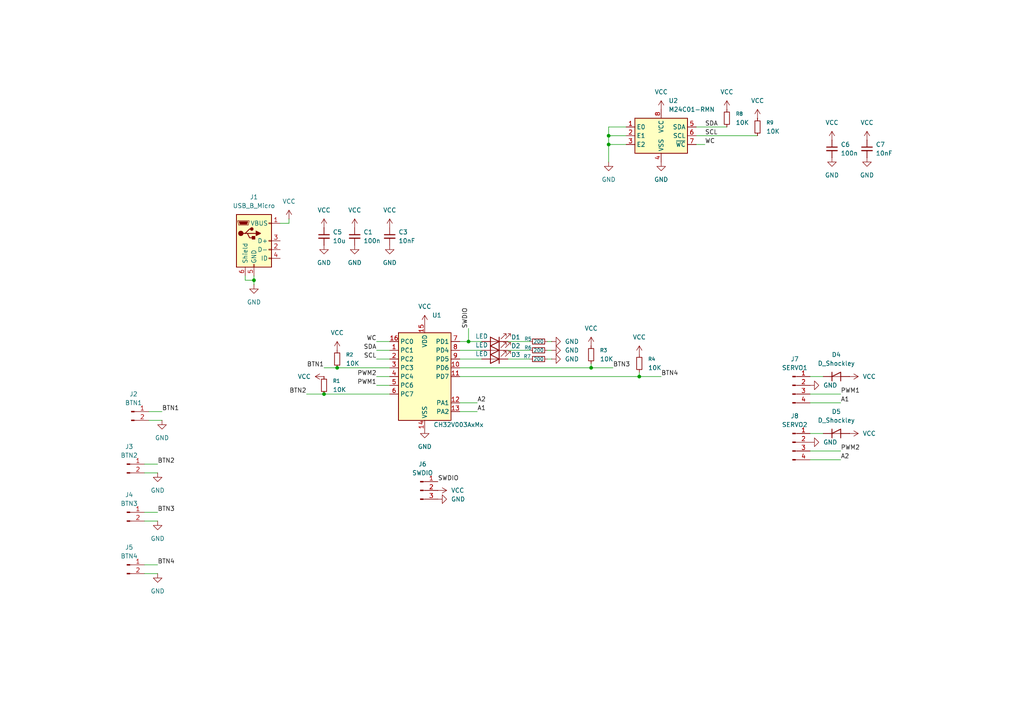
<source format=kicad_sch>
(kicad_sch (version 20250114) (generator "eeschema") (generator_version "9.0")
  (paper "A4")
  (lib_symbols
    (symbol "Connector:Conn_01x02_Pin" (pin_names (offset 1.016) (hide yes))
      (property "Reference" "J" (at 0 2.54 0))
      (property "Value" "Conn_01x02_Pin" (at 0 -5.08 0))
      (symbol "Conn_01x02_Pin_1_1"
        (rectangle (start 0.8636 0.127) (end 0 -0.127) (stroke (width 0.1524)) (fill (type outline)))
        (rectangle (start 0.8636 -2.413) (end 0 -2.667) (stroke (width 0.1524)) (fill (type outline)))
        (polyline (pts (xy 1.27 0) (xy 0.8636 0)) (stroke (width 0.1524)))
        (polyline (pts (xy 1.27 -2.54) (xy 0.8636 -2.54)) (stroke (width 0.1524)))
        (pin passive line (at 5.08 0 180) (length 3.81) (name "Pin_1") (number "1"))
        (pin passive line (at 5.08 -2.54 180) (length 3.81) (name "Pin_2") (number "2"))
      )
    )
    (symbol "Connector:Conn_01x03_Pin" (pin_names (offset 1.016) (hide yes))
      (property "Reference" "J" (at 0 5.08 0))
      (property "Value" "Conn_01x03_Pin" (at 0 -5.08 0))
      (symbol "Conn_01x03_Pin_1_1"
        (rectangle (start 0.8636 2.667) (end 0 2.413) (stroke (width 0.1524)) (fill (type outline)))
        (rectangle (start 0.8636 0.127) (end 0 -0.127) (stroke (width 0.1524)) (fill (type outline)))
        (rectangle (start 0.8636 -2.413) (end 0 -2.667) (stroke (width 0.1524)) (fill (type outline)))
        (polyline (pts (xy 1.27 2.54) (xy 0.8636 2.54)) (stroke (width 0.1524)))
        (polyline (pts (xy 1.27 0) (xy 0.8636 0)) (stroke (width 0.1524)))
        (polyline (pts (xy 1.27 -2.54) (xy 0.8636 -2.54)) (stroke (width 0.1524)))
        (pin passive line (at 5.08 2.54 180) (length 3.81) (name "Pin_1") (number "1"))
        (pin passive line (at 5.08 0 180) (length 3.81) (name "Pin_2") (number "2"))
        (pin passive line (at 5.08 -2.54 180) (length 3.81) (name "Pin_3") (number "3"))
      )
    )
    (symbol "Connector:Conn_01x04_Pin" (pin_names (offset 1.016) (hide yes))
      (property "Reference" "J" (at 0 5.08 0))
      (property "Value" "Conn_01x04_Pin" (at 0 -7.62 0))
      (symbol "Conn_01x04_Pin_1_1"
        (rectangle (start 0.8636 2.667) (end 0 2.413) (stroke (width 0.1524)) (fill (type outline)))
        (rectangle (start 0.8636 0.127) (end 0 -0.127) (stroke (width 0.1524)) (fill (type outline)))
        (rectangle (start 0.8636 -2.413) (end 0 -2.667) (stroke (width 0.1524)) (fill (type outline)))
        (rectangle (start 0.8636 -4.953) (end 0 -5.207) (stroke (width 0.1524)) (fill (type outline)))
        (polyline (pts (xy 1.27 2.54) (xy 0.8636 2.54)) (stroke (width 0.1524)))
        (polyline (pts (xy 1.27 0) (xy 0.8636 0)) (stroke (width 0.1524)))
        (polyline (pts (xy 1.27 -2.54) (xy 0.8636 -2.54)) (stroke (width 0.1524)))
        (polyline (pts (xy 1.27 -5.08) (xy 0.8636 -5.08)) (stroke (width 0.1524)))
        (pin passive line (at 5.08 2.54 180) (length 3.81) (name "Pin_1") (number "1"))
        (pin passive line (at 5.08 0 180) (length 3.81) (name "Pin_2") (number "2"))
        (pin passive line (at 5.08 -2.54 180) (length 3.81) (name "Pin_3") (number "3"))
        (pin passive line (at 5.08 -5.08 180) (length 3.81) (name "Pin_4") (number "4"))
      )
    )
    (symbol "Connector:USB_B_Micro" (pin_names (offset 1.016))
      (property "Reference" "J" (at -5.08 11.43 0))
      (property "Value" "USB_B_Micro" (at -5.08 8.89 0))
      (symbol "USB_B_Micro_0_1"
        (rectangle (start -5.08 -7.62) (end 5.08 7.62) (stroke (width 0.254)) (fill (type background)))
        (polyline (pts (xy -4.699 5.842) (xy -4.699 5.588) (xy -4.445 4.826) (xy -4.445 4.572) (xy -1.651 4.572) (xy -1.651 4.826) (xy -1.397 5.588) (xy -1.397 5.842) (xy -4.699 5.842)))
        (polyline (pts (xy -4.318 5.588) (xy -1.778 5.588) (xy -2.032 4.826) (xy -4.064 4.826) (xy -4.318 5.588)) (fill (type outline)))
        (circle (center -3.81 2.159) (radius 0.635) (stroke (width 0.254)) (fill (type outline)))
        (polyline (pts (xy -3.175 2.159) (xy -2.54 2.159) (xy -1.27 3.429) (xy -0.635 3.429)) (stroke (width 0.254)))
        (polyline (pts (xy -2.54 2.159) (xy -1.905 2.159) (xy -1.27 0.889) (xy 0 0.889)) (stroke (width 0.254)))
        (polyline (pts (xy -1.905 2.159) (xy 0.635 2.159)) (stroke (width 0.254)))
        (circle (center -0.635 3.429) (radius 0.381) (stroke (width 0.254)) (fill (type outline)))
        (rectangle (start -0.127 -7.62) (end 0.127 -6.858))
        (rectangle (start 0.254 1.27) (end -0.508 0.508) (stroke (width 0.254)) (fill (type outline)))
        (polyline (pts (xy 0.635 2.794) (xy 0.635 1.524) (xy 1.905 2.159) (xy 0.635 2.794)) (stroke (width 0.254)) (fill (type outline)))
        (rectangle (start 5.08 4.953) (end 4.318 5.207))
        (rectangle (start 5.08 -0.127) (end 4.318 0.127))
        (rectangle (start 5.08 -2.667) (end 4.318 -2.413))
        (rectangle (start 5.08 -5.207) (end 4.318 -4.953))
      )
      (symbol "USB_B_Micro_1_1"
        (pin passive line (at -2.54 -10.16 90) (length 2.54) (name "Shield") (number "6"))
        (pin power_out line (at 0 -10.16 90) (length 2.54) (name "GND") (number "5"))
        (pin power_out line (at 7.62 5.08 180) (length 2.54) (name "VBUS") (number "1"))
        (pin bidirectional line (at 7.62 0 180) (length 2.54) (name "D+") (number "3"))
        (pin bidirectional line (at 7.62 -2.54 180) (length 2.54) (name "D-") (number "2"))
        (pin passive line (at 7.62 -5.08 180) (length 2.54) (name "ID") (number "4"))
      )
    )
    (symbol "Device:C_Small" (pin_numbers (hide yes)) (pin_names (offset 0.254) (hide yes))
      (property "Reference" "C" (at 0.254 1.778 0))
      (property "Value" "C_Small" (at 0.254 -2.032 0))
      (symbol "C_Small_0_1"
        (polyline (pts (xy -1.524 0.508) (xy 1.524 0.508)) (stroke (width 0.3048)))
        (polyline (pts (xy -1.524 -0.508) (xy 1.524 -0.508)) (stroke (width 0.3302)))
      )
      (symbol "C_Small_1_1"
        (pin passive line (at 0 2.54 270) (length 2.032) (name "~") (number "1"))
        (pin passive line (at 0 -2.54 90) (length 2.032) (name "~") (number "2"))
      )
    )
    (symbol "Device:D_Shockley" (pin_numbers (hide yes)) (pin_names (offset 1.016) (hide yes))
      (property "Reference" "D" (at 0 2.54 0))
      (property "Value" "D_Shockley" (at 0 -2.54 0))
      (symbol "D_Shockley_0_1"
        (polyline (pts (xy -1.27 1.27) (xy -1.27 -1.27)) (stroke (width 0.254)))
        (polyline (pts (xy -1.27 0) (xy 1.27 0)))
        (polyline (pts (xy -1.27 0) (xy 1.27 1.27) (xy 1.27 -1.27)) (stroke (width 0.254)))
      )
      (symbol "D_Shockley_1_1"
        (pin passive line (at -3.81 0 0) (length 2.54) (name "K") (number "1"))
        (pin passive line (at 3.81 0 180) (length 2.54) (name "A") (number "2"))
      )
    )
    (symbol "Device:LED" (pin_numbers (hide yes)) (pin_names (offset 1.016) (hide yes))
      (property "Reference" "D" (at 0 2.54 0))
      (property "Value" "LED" (at 0 -2.54 0))
      (symbol "LED_0_1"
        (polyline (pts (xy -3.048 -0.762) (xy -4.572 -2.286) (xy -3.81 -2.286) (xy -4.572 -2.286) (xy -4.572 -1.524)))
        (polyline (pts (xy -1.778 -0.762) (xy -3.302 -2.286) (xy -2.54 -2.286) (xy -3.302 -2.286) (xy -3.302 -1.524)))
        (polyline (pts (xy -1.27 0) (xy 1.27 0)))
        (polyline (pts (xy -1.27 -1.27) (xy -1.27 1.27)) (stroke (width 0.254)))
        (polyline (pts (xy 1.27 -1.27) (xy 1.27 1.27) (xy -1.27 0) (xy 1.27 -1.27)) (stroke (width 0.254)))
      )
      (symbol "LED_1_1"
        (pin passive line (at -3.81 0 0) (length 2.54) (name "K") (number "1"))
        (pin passive line (at 3.81 0 180) (length 2.54) (name "A") (number "2"))
      )
    )
    (symbol "Device:R_Small" (pin_numbers (hide yes)) (pin_names (offset 0.254) (hide yes))
      (property "Reference" "R" (at 0 0 90))
      (property "Value" "R_Small" (at 1.778 0 90))
      (symbol "R_Small_0_1"
        (rectangle (start -0.762 1.778) (end 0.762 -1.778) (stroke (width 0.2032)))
      )
      (symbol "R_Small_1_1"
        (pin passive line (at 0 2.54 270) (length 0.762) (name "~") (number "1"))
        (pin passive line (at 0 -2.54 90) (length 0.762) (name "~") (number "2"))
      )
    )
    (symbol "MCU_WCH_CH32V0:CH32V003AxMx"
      (property "Reference" "U" (at -7.62 15.24 0))
      (property "Value" "CH32V003AxMx" (at 7.62 15.24 0))
      (symbol "CH32V003AxMx_1_1"
        (rectangle (start -7.62 12.7) (end 7.62 -12.7) (stroke (width 0.254)) (fill (type background)))
        (pin bidirectional line (at -10.16 10.16 0) (length 2.54) (name "PC0") (number "16"))
        (pin bidirectional line (at -10.16 7.62 0) (length 2.54) (name "PC1") (number "1"))
        (pin bidirectional line (at -10.16 5.08 0) (length 2.54) (name "PC2") (number "2"))
        (pin bidirectional line (at -10.16 2.54 0) (length 2.54) (name "PC3") (number "3"))
        (pin bidirectional line (at -10.16 0 0) (length 2.54) (name "PC4") (number "4"))
        (pin bidirectional line (at -10.16 -2.54 0) (length 2.54) (name "PC6") (number "5"))
        (pin bidirectional line (at -10.16 -5.08 0) (length 2.54) (name "PC7") (number "6"))
        (pin power_in line (at 0 15.24 270) (length 2.54) (name "VDD") (number "15"))
        (pin power_in line (at 0 -15.24 90) (length 2.54) (name "VSS") (number "14"))
        (pin bidirectional line (at 10.16 10.16 180) (length 2.54) (name "PD1") (number "7"))
        (pin bidirectional line (at 10.16 7.62 180) (length 2.54) (name "PD4") (number "8"))
        (pin bidirectional line (at 10.16 5.08 180) (length 2.54) (name "PD5") (number "9"))
        (pin bidirectional line (at 10.16 2.54 180) (length 2.54) (name "PD6") (number "10"))
        (pin bidirectional line (at 10.16 0 180) (length 2.54) (name "PD7") (number "11"))
        (pin bidirectional line (at 10.16 -7.62 180) (length 2.54) (name "PA1") (number "12"))
        (pin bidirectional line (at 10.16 -10.16 180) (length 2.54) (name "PA2") (number "13"))
      )
    )
    (symbol "Memory_EEPROM:M24C01-RMN"
      (property "Reference" "U" (at -6.35 6.35 0))
      (property "Value" "M24C01-RMN" (at 7.62 6.35 0))
      (symbol "M24C01-RMN_0_1"
        (rectangle (start -7.62 5.08) (end 7.62 -5.08) (stroke (width 0.254)) (fill (type background)))
      )
      (symbol "M24C01-RMN_1_1"
        (pin input line (at -10.16 2.54 0) (length 2.54) (name "E0") (number "1"))
        (pin input line (at -10.16 0 0) (length 2.54) (name "E1") (number "2"))
        (pin input line (at -10.16 -2.54 0) (length 2.54) (name "E2") (number "3"))
        (pin power_in line (at 0 7.62 270) (length 2.54) (name "VCC") (number "8"))
        (pin power_in line (at 0 -7.62 90) (length 2.54) (name "VSS") (number "4"))
        (pin bidirectional line (at 10.16 2.54 180) (length 2.54) (name "SDA") (number "5"))
        (pin input line (at 10.16 0 180) (length 2.54) (name "SCL") (number "6"))
        (pin input line (at 10.16 -2.54 180) (length 2.54) (name "~{WC}") (number "7"))
      )
    )
    (symbol "power:GND" (power) (pin_numbers (hide yes)) (pin_names (offset 0) (hide yes))
      (property "Value" "GND" (at 0 -3.81 0))
      (symbol "GND_0_1"
        (polyline (pts (xy 0 0) (xy 0 -1.27) (xy 1.27 -1.27) (xy 0 -2.54) (xy -1.27 -1.27) (xy 0 -1.27)))
      )
      (symbol "GND_1_1"
        (pin power_in line (at 0 0 270) (length 0) (name "~") (number "1"))
      )
    )
    (symbol "power:VCC" (power) (pin_numbers (hide yes)) (pin_names (offset 0) (hide yes))
      (property "Value" "VCC" (at 0 3.556 0))
      (symbol "VCC_0_1"
        (polyline (pts (xy -0.762 1.27) (xy 0 2.54)))
        (polyline (pts (xy 0 2.54) (xy 0.762 1.27)))
        (polyline (pts (xy 0 0) (xy 0 2.54)))
      )
      (symbol "VCC_1_1"
        (pin power_in line (at 0 0 90) (length 0) (name "~") (number "1"))
      )
    )
  )
  (junction (at 176.53 41.91))
  (junction (at 97.79 106.68))
  (junction (at 93.98 114.3))
  (junction (at 73.66 81.28))
  (junction (at 171.45 106.68))
  (junction (at 185.42 109.22))
  (junction (at 176.53 39.37))
  (junction (at 135.89 99.06))
  (wire (pts (xy 135.89 95.25) (xy 135.89 99.06)))
  (wire (pts (xy 109.22 101.6) (xy 113.03 101.6)))
  (wire (pts (xy 176.53 36.83) (xy 176.53 39.37)))
  (wire (pts (xy 83.82 64.77) (xy 83.82 63.5)))
  (wire (pts (xy 234.95 125.73) (xy 238.76 125.73)))
  (wire (pts (xy 201.93 36.83) (xy 210.82 36.83)))
  (wire (pts (xy 176.53 41.91) (xy 181.61 41.91)))
  (wire (pts (xy 171.45 105.41) (xy 171.45 106.68)))
  (wire (pts (xy 243.84 130.81) (xy 234.95 130.81)))
  (wire (pts (xy 43.18 119.38) (xy 46.99 119.38)))
  (wire (pts (xy 109.22 111.76) (xy 113.03 111.76)))
  (wire (pts (xy 243.84 114.3) (xy 234.95 114.3)))
  (wire (pts (xy 81.28 64.77) (xy 83.82 64.77)))
  (wire (pts (xy 147.32 99.06) (xy 153.67 99.06)))
  (wire (pts (xy 71.12 80.01) (xy 71.12 81.28)))
  (wire (pts (xy 201.93 41.91) (xy 204.47 41.91)))
  (wire (pts (xy 176.53 39.37) (xy 176.53 41.91)))
  (wire (pts (xy 147.32 104.14) (xy 153.67 104.14)))
  (wire (pts (xy 185.42 107.95) (xy 185.42 109.22)))
  (wire (pts (xy 181.61 36.83) (xy 176.53 36.83)))
  (wire (pts (xy 109.22 109.22) (xy 113.03 109.22)))
  (wire (pts (xy 243.84 116.84) (xy 234.95 116.84)))
  (wire (pts (xy 133.35 119.38) (xy 138.43 119.38)))
  (wire (pts (xy 158.75 101.6) (xy 160.02 101.6)))
  (wire (pts (xy 133.35 104.14) (xy 139.7 104.14)))
  (wire (pts (xy 41.91 163.83) (xy 45.72 163.83)))
  (wire (pts (xy 73.66 80.01) (xy 73.66 81.28)))
  (wire (pts (xy 185.42 109.22) (xy 191.77 109.22)))
  (wire (pts (xy 243.84 133.35) (xy 234.95 133.35)))
  (wire (pts (xy 71.12 81.28) (xy 73.66 81.28)))
  (wire (pts (xy 93.98 106.68) (xy 97.79 106.68)))
  (wire (pts (xy 176.53 39.37) (xy 181.61 39.37)))
  (wire (pts (xy 176.53 41.91) (xy 176.53 46.99)))
  (wire (pts (xy 88.9 114.3) (xy 93.98 114.3)))
  (wire (pts (xy 109.22 104.14) (xy 113.03 104.14)))
  (wire (pts (xy 73.66 81.28) (xy 73.66 82.55)))
  (wire (pts (xy 234.95 109.22) (xy 238.76 109.22)))
  (wire (pts (xy 135.89 99.06) (xy 139.7 99.06)))
  (wire (pts (xy 201.93 39.37) (xy 219.71 39.37)))
  (wire (pts (xy 41.91 166.37) (xy 45.72 166.37)))
  (wire (pts (xy 158.75 99.06) (xy 160.02 99.06)))
  (wire (pts (xy 97.79 106.68) (xy 113.03 106.68)))
  (wire (pts (xy 41.91 151.13) (xy 45.72 151.13)))
  (wire (pts (xy 133.35 109.22) (xy 185.42 109.22)))
  (wire (pts (xy 41.91 148.59) (xy 45.72 148.59)))
  (wire (pts (xy 133.35 116.84) (xy 138.43 116.84)))
  (wire (pts (xy 41.91 137.16) (xy 45.72 137.16)))
  (wire (pts (xy 41.91 134.62) (xy 45.72 134.62)))
  (wire (pts (xy 147.32 101.6) (xy 153.67 101.6)))
  (wire (pts (xy 171.45 106.68) (xy 177.8 106.68)))
  (wire (pts (xy 93.98 114.3) (xy 113.03 114.3)))
  (wire (pts (xy 133.35 101.6) (xy 139.7 101.6)))
  (wire (pts (xy 133.35 106.68) (xy 171.45 106.68)))
  (wire (pts (xy 43.18 121.92) (xy 46.99 121.92)))
  (wire (pts (xy 133.35 99.06) (xy 135.89 99.06)))
  (wire (pts (xy 158.75 104.14) (xy 160.02 104.14)))
  (wire (pts (xy 109.22 99.06) (xy 113.03 99.06)))
  (label "PWM1" (at 109.22 111.76 180))
  (label "WC" (at 109.22 99.06 180))
  (label "BTN2" (at 45.72 134.62 0))
  (label "A1" (at 243.84 116.84 0))
  (label "BTN1" (at 46.99 119.38 0))
  (label "A1" (at 138.43 119.38 0))
  (label "SCL" (at 204.47 39.37 0))
  (label "BTN3" (at 45.72 148.59 0))
  (label "A2" (at 138.43 116.84 0))
  (label "BTN4" (at 191.77 109.22 0))
  (label "SWDIO" (at 135.89 95.25 90))
  (label "BTN1" (at 93.98 106.68 180))
  (label "PWM2" (at 243.84 130.81 0))
  (label "BTN3" (at 177.8 106.68 0))
  (label "BTN4" (at 45.72 163.83 0))
  (label "PWM2" (at 109.22 109.22 180))
  (label "SCL" (at 109.22 104.14 180))
  (label "SWDIO" (at 127 139.7 0))
  (label "A2" (at 243.84 133.35 0))
  (label "WC" (at 204.47 41.91 0))
  (label "SDA" (at 204.47 36.83 0))
  (label "SDA" (at 109.22 101.6 180))
  (label "PWM1" (at 243.84 114.3 0))
  (label "BTN2" (at 88.9 114.3 180))
  (symbol (lib_id "Connector:USB_B_Micro") (at 73.66 69.85 0) (unit 1)
    (property "Reference" "J1" (at 73.66 57.15 0))
    (property "Value" "USB_B_Micro" (at 73.66 59.69 0))
    (property "Footprint" "Connector_USB:USB_Micro-B_Wuerth_629105150521" (effects (hide yes)))
    (property "Description" "USB Micro Type B connector" (effects (hide yes)))
  )
  (symbol (lib_id "power:VCC") (at 102.87 66.04 0) (unit 1)
    (property "Reference" "#PWR06" (effects (hide yes)))
    (property "Value" "VCC" (at 102.87 60.96 0))
    (property "Description" "Power symbol creates a global label with name \"VCC\"" (effects (hide yes)))
  )
  (symbol (lib_id "power:GND") (at 160.02 101.6 90) (unit 1)
    (property "Reference" "#PWR027" (effects (hide yes)))
    (property "Value" "GND" (at 163.83 101.5999 90) (effects (justify right)))
    (property "Description" "Power symbol creates a global label with name \"GND\" , ground" (effects (hide yes)))
  )
  (symbol (lib_id "Device:R_Small") (at 156.21 101.6 90) (unit 1)
    (property "Reference" "R6" (at 153.162 100.838 90) (effects (font (size 1.016 1.016))))
    (property "Value" "200" (at 156.21 101.6 90) (effects (font (size 1 1))))
    (property "Footprint" "Resistor_SMD:R_0603_1608Metric_Pad0.98x0.95mm_HandSolder" (effects (hide yes)))
    (property "Description" "Resistor, small symbol" (effects (hide yes)))
  )
  (symbol (lib_id "power:VCC") (at 171.45 100.33 0) (unit 1)
    (property "Reference" "#PWR024" (effects (hide yes)))
    (property "Value" "VCC" (at 171.45 95.25 0))
    (property "Description" "Power symbol creates a global label with name \"VCC\"" (effects (hide yes)))
  )
  (symbol (lib_id "power:VCC") (at 127 142.24 270) (unit 1)
    (property "Reference" "#PWR030" (effects (hide yes)))
    (property "Value" "VCC" (at 130.81 142.2399 90) (effects (justify left)))
    (property "Description" "Power symbol creates a global label with name \"VCC\"" (effects (hide yes)))
  )
  (symbol (lib_id "power:VCC") (at 93.98 66.04 0) (unit 1)
    (property "Reference" "#PWR05" (effects (hide yes)))
    (property "Value" "VCC" (at 93.98 60.96 0))
    (property "Description" "Power symbol creates a global label with name \"VCC\"" (effects (hide yes)))
  )
  (symbol (lib_id "Device:C_Small") (at 93.98 68.58 0) (unit 1)
    (property "Reference" "C5" (at 96.52 67.3162 0) (effects (justify left)))
    (property "Value" "10u" (at 96.52 69.8562 0) (effects (justify left)))
    (property "Footprint" "Capacitor_SMD:C_0603_1608Metric_Pad1.08x0.95mm_HandSolder" (effects (hide yes)))
    (property "Description" "Unpolarized capacitor, small symbol" (effects (hide yes)))
  )
  (symbol (lib_id "power:VCC") (at 185.42 102.87 0) (unit 1)
    (property "Reference" "#PWR025" (effects (hide yes)))
    (property "Value" "VCC" (at 185.42 97.79 0))
    (property "Description" "Power symbol creates a global label with name \"VCC\"" (effects (hide yes)))
  )
  (symbol (lib_id "Device:D_Shockley") (at 242.57 125.73 0) (unit 1)
    (property "Reference" "D5" (at 242.57 119.38 0))
    (property "Value" "D_Shockley" (at 242.57 121.92 0))
    (property "Footprint" "Diode_SMD:D_0603_1608Metric" (effects (hide yes)))
    (property "Description" "Shockley (PNPN) diode" (effects (hide yes)))
  )
  (symbol (lib_id "Device:LED") (at 143.51 99.06 180) (unit 1)
    (property "Reference" "D1" (at 149.606 97.79 0))
    (property "Value" "LED" (at 139.7 97.536 0))
    (property "Footprint" "LED_SMD:LED_0603_1608Metric_Pad1.05x0.95mm_HandSolder" (effects (hide yes)))
    (property "Description" "Light emitting diode" (effects (hide yes)))
    (property "Sim.Pins" "1=K 2=A" (effects (hide yes)))
  )
  (symbol (lib_id "Connector:Conn_01x03_Pin") (at 121.92 142.24 0) (unit 1)
    (property "Reference" "J6" (at 122.555 134.62 0))
    (property "Value" "SWDIO" (at 122.555 137.16 0))
    (property "Footprint" "Connector_PinSocket_2.54mm:PinSocket_1x03_P2.54mm_Vertical" (effects (hide yes)))
    (property "Description" "Generic connector, single row, 01x03, script generated" (effects (hide yes)))
  )
  (symbol (lib_id "Device:R_Small") (at 97.79 104.14 0) (unit 1)
    (property "Reference" "R2" (at 100.33 102.8699 0) (effects (font (size 1.016 1.016)) (justify left)))
    (property "Value" "10K" (at 100.33 105.4099 0) (effects (justify left)))
    (property "Footprint" "Resistor_SMD:R_0603_1608Metric_Pad0.98x0.95mm_HandSolder" (effects (hide yes)))
    (property "Description" "Resistor, small symbol" (effects (hide yes)))
  )
  (symbol (lib_id "Device:R_Small") (at 156.21 99.06 90) (unit 1)
    (property "Reference" "R5" (at 153.162 98.298 90) (effects (font (size 1.016 1.016))))
    (property "Value" "200" (at 156.21 99.06 90) (effects (font (size 1 1))))
    (property "Footprint" "Resistor_SMD:R_0603_1608Metric_Pad0.98x0.95mm_HandSolder" (effects (hide yes)))
    (property "Description" "Resistor, small symbol" (effects (hide yes)))
  )
  (symbol (lib_id "Device:C_Small") (at 241.3 43.18 0) (unit 1)
    (property "Reference" "C6" (at 243.84 41.9162 0) (effects (justify left)))
    (property "Value" "100n" (at 243.84 44.4562 0) (effects (justify left)))
    (property "Footprint" "Capacitor_SMD:C_0603_1608Metric_Pad1.08x0.95mm_HandSolder" (effects (hide yes)))
    (property "Description" "Unpolarized capacitor, small symbol" (effects (hide yes)))
  )
  (symbol (lib_id "power:VCC") (at 191.77 31.75 0) (unit 1)
    (property "Reference" "#PWR015" (effects (hide yes)))
    (property "Value" "VCC" (at 191.77 26.67 0))
    (property "Description" "Power symbol creates a global label with name \"VCC\"" (effects (hide yes)))
  )
  (symbol (lib_id "Device:R_Small") (at 156.21 104.14 90) (unit 1)
    (property "Reference" "R7" (at 152.908 103.378 90) (effects (font (size 1.016 1.016))))
    (property "Value" "200" (at 156.21 104.14 90) (effects (font (size 1 1))))
    (property "Footprint" "Resistor_SMD:R_0603_1608Metric_Pad0.98x0.95mm_HandSolder" (effects (hide yes)))
    (property "Description" "Resistor, small symbol" (effects (hide yes)))
  )
  (symbol (lib_id "power:VCC") (at 97.79 101.6 0) (unit 1)
    (property "Reference" "#PWR018" (effects (hide yes)))
    (property "Value" "VCC" (at 97.79 96.52 0))
    (property "Description" "Power symbol creates a global label with name \"VCC\"" (effects (hide yes)))
  )
  (symbol (lib_id "power:VCC") (at 246.38 109.22 270) (unit 1)
    (property "Reference" "#PWR031" (effects (hide yes)))
    (property "Value" "VCC" (at 250.19 109.2199 90) (effects (justify left)))
    (property "Description" "Power symbol creates a global label with name \"VCC\"" (effects (hide yes)))
  )
  (symbol (lib_id "Connector:Conn_01x02_Pin") (at 38.1 119.38 0) (unit 1)
    (property "Reference" "J2" (at 38.735 114.3 0))
    (property "Value" "BTN1" (at 38.735 116.84 0))
    (property "Footprint" "Connector_PinSocket_2.54mm:PinSocket_1x02_P2.54mm_Vertical" (effects (hide yes)))
    (property "Description" "Generic connector, single row, 01x02, script generated" (effects (hide yes)))
  )
  (symbol (lib_id "Device:R_Small") (at 210.82 34.29 0) (unit 1)
    (property "Reference" "R8" (at 213.36 33.0199 0) (effects (font (size 1.016 1.016)) (justify left)))
    (property "Value" "10K" (at 213.36 35.5599 0) (effects (justify left)))
    (property "Footprint" "Resistor_SMD:R_0603_1608Metric_Pad0.98x0.95mm_HandSolder" (effects (hide yes)))
    (property "Description" "Resistor, small symbol" (effects (hide yes)))
  )
  (symbol (lib_id "power:GND") (at 160.02 104.14 90) (unit 1)
    (property "Reference" "#PWR028" (effects (hide yes)))
    (property "Value" "GND" (at 163.83 104.1399 90) (effects (justify right)))
    (property "Description" "Power symbol creates a global label with name \"GND\" , ground" (effects (hide yes)))
  )
  (symbol (lib_id "power:VCC") (at 251.46 40.64 0) (unit 1)
    (property "Reference" "#PWR012" (effects (hide yes)))
    (property "Value" "VCC" (at 251.46 35.56 0))
    (property "Description" "Power symbol creates a global label with name \"VCC\"" (effects (hide yes)))
  )
  (symbol (lib_id "power:VCC") (at 219.71 34.29 0) (unit 1)
    (property "Reference" "#PWR036" (effects (hide yes)))
    (property "Value" "VCC" (at 219.71 29.21 0))
    (property "Description" "Power symbol creates a global label with name \"VCC\"" (effects (hide yes)))
  )
  (symbol (lib_id "Connector:Conn_01x04_Pin") (at 229.87 128.27 0) (unit 1)
    (property "Reference" "J8" (at 230.505 120.65 0))
    (property "Value" "SERVO2" (at 230.505 123.19 0))
    (property "Footprint" "Connector_PinSocket_2.54mm:PinSocket_1x04_P2.54mm_Vertical" (effects (hide yes)))
    (property "Description" "Generic connector, single row, 01x04, script generated" (effects (hide yes)))
  )
  (symbol (lib_id "power:VCC") (at 113.03 66.04 0) (unit 1)
    (property "Reference" "#PWR07" (effects (hide yes)))
    (property "Value" "VCC" (at 113.03 60.96 0))
    (property "Description" "Power symbol creates a global label with name \"VCC\"" (effects (hide yes)))
  )
  (symbol (lib_id "power:GND") (at 45.72 151.13 0) (unit 1)
    (property "Reference" "#PWR022" (effects (hide yes)))
    (property "Value" "GND" (at 45.72 156.21 0))
    (property "Description" "Power symbol creates a global label with name \"GND\" , ground" (effects (hide yes)))
  )
  (symbol (lib_id "MCU_WCH_CH32V0:CH32V003AxMx") (at 123.19 109.22 0) (unit 1)
    (property "Reference" "U1" (at 125.3333 91.44 0) (effects (justify left)))
    (property "Value" "CH32V003AxMx" (at 125.73 123.19 0) (effects (justify left)))
    (property "Footprint" "Package_SO:SOP-16_3.9x9.9mm_P1.27mm" (effects (hide yes)))
    (property "Datasheet" "https://www.wch-ic.com/products/CH32V003.html" (effects (hide yes)))
    (property "Description" "CH32V003 series are industrial-grade general-purpose microcontrollers designed based on 32-bit RISC-V instruction set and architecture. It adopts QingKe V2A core, RV32EC instruction set, and supports 2 levels of interrupt nesting. The series are mounted with rich peripheral interfaces and function modules. Its internal organizational structure meets the low-cost and low-power embedded application scenarios." (effects (hide yes)))
  )
  (symbol (lib_id "Device:LED") (at 143.51 101.6 180) (unit 1)
    (property "Reference" "D2" (at 149.606 100.33 0))
    (property "Value" "LED" (at 139.7 100.076 0))
    (property "Footprint" "LED_SMD:LED_0603_1608Metric_Pad1.05x0.95mm_HandSolder" (effects (hide yes)))
    (property "Description" "Light emitting diode" (effects (hide yes)))
    (property "Sim.Pins" "1=K 2=A" (effects (hide yes)))
  )
  (symbol (lib_id "Device:LED") (at 143.51 104.14 180) (unit 1)
    (property "Reference" "D3" (at 149.606 102.87 0))
    (property "Value" "LED" (at 139.7 102.616 0))
    (property "Footprint" "LED_SMD:LED_0603_1608Metric_Pad1.05x0.95mm_HandSolder" (effects (hide yes)))
    (property "Description" "Light emitting diode" (effects (hide yes)))
    (property "Sim.Pins" "1=K 2=A" (effects (hide yes)))
  )
  (symbol (lib_id "power:GND") (at 45.72 137.16 0) (unit 1)
    (property "Reference" "#PWR021" (effects (hide yes)))
    (property "Value" "GND" (at 45.72 142.24 0))
    (property "Description" "Power symbol creates a global label with name \"GND\" , ground" (effects (hide yes)))
  )
  (symbol (lib_id "Device:R_Small") (at 93.98 111.76 0) (unit 1)
    (property "Reference" "R1" (at 96.52 110.4899 0) (effects (font (size 1.016 1.016)) (justify left)))
    (property "Value" "10K" (at 96.52 113.0299 0) (effects (justify left)))
    (property "Footprint" "Resistor_SMD:R_0603_1608Metric_Pad0.98x0.95mm_HandSolder" (effects (hide yes)))
    (property "Description" "Resistor, small symbol" (effects (hide yes)))
  )
  (symbol (lib_id "power:VCC") (at 210.82 31.75 0) (unit 1)
    (property "Reference" "#PWR035" (effects (hide yes)))
    (property "Value" "VCC" (at 210.82 26.67 0))
    (property "Description" "Power symbol creates a global label with name \"VCC\"" (effects (hide yes)))
  )
  (symbol (lib_id "power:GND") (at 102.87 71.12 0) (unit 1)
    (property "Reference" "#PWR09" (effects (hide yes)))
    (property "Value" "GND" (at 102.87 76.2 0))
    (property "Description" "Power symbol creates a global label with name \"GND\" , ground" (effects (hide yes)))
  )
  (symbol (lib_id "power:GND") (at 234.95 111.76 90) (unit 1)
    (property "Reference" "#PWR032" (effects (hide yes)))
    (property "Value" "GND" (at 238.76 111.7599 90) (effects (justify right)))
    (property "Description" "Power symbol creates a global label with name \"GND\" , ground" (effects (hide yes)))
  )
  (symbol (lib_id "power:GND") (at 113.03 71.12 0) (unit 1)
    (property "Reference" "#PWR010" (effects (hide yes)))
    (property "Value" "GND" (at 113.03 76.2 0))
    (property "Description" "Power symbol creates a global label with name \"GND\" , ground" (effects (hide yes)))
  )
  (symbol (lib_id "power:GND") (at 176.53 46.99 0) (unit 1)
    (property "Reference" "#PWR017" (effects (hide yes)))
    (property "Value" "GND" (at 176.53 52.07 0))
    (property "Description" "Power symbol creates a global label with name \"GND\" , ground" (effects (hide yes)))
  )
  (symbol (lib_id "power:GND") (at 123.19 124.46 0) (unit 1)
    (property "Reference" "#PWR01" (effects (hide yes)))
    (property "Value" "GND" (at 123.19 129.54 0))
    (property "Description" "Power symbol creates a global label with name \"GND\" , ground" (effects (hide yes)))
  )
  (symbol (lib_id "Connector:Conn_01x04_Pin") (at 229.87 111.76 0) (unit 1)
    (property "Reference" "J7" (at 230.505 104.14 0))
    (property "Value" "SERVO1" (at 230.505 106.68 0))
    (property "Footprint" "Connector_PinSocket_2.54mm:PinSocket_1x04_P2.54mm_Vertical" (effects (hide yes)))
    (property "Description" "Generic connector, single row, 01x04, script generated" (effects (hide yes)))
  )
  (symbol (lib_id "power:GND") (at 45.72 166.37 0) (unit 1)
    (property "Reference" "#PWR023" (effects (hide yes)))
    (property "Value" "GND" (at 45.72 171.45 0))
    (property "Description" "Power symbol creates a global label with name \"GND\" , ground" (effects (hide yes)))
  )
  (symbol (lib_id "power:GND") (at 93.98 71.12 0) (unit 1)
    (property "Reference" "#PWR08" (effects (hide yes)))
    (property "Value" "GND" (at 93.98 76.2 0))
    (property "Description" "Power symbol creates a global label with name \"GND\" , ground" (effects (hide yes)))
  )
  (symbol (lib_id "power:GND") (at 251.46 45.72 0) (unit 1)
    (property "Reference" "#PWR014" (effects (hide yes)))
    (property "Value" "GND" (at 251.46 50.8 0))
    (property "Description" "Power symbol creates a global label with name \"GND\" , ground" (effects (hide yes)))
  )
  (symbol (lib_id "power:GND") (at 234.95 128.27 90) (unit 1)
    (property "Reference" "#PWR034" (effects (hide yes)))
    (property "Value" "GND" (at 238.76 128.2699 90) (effects (justify right)))
    (property "Description" "Power symbol creates a global label with name \"GND\" , ground" (effects (hide yes)))
  )
  (symbol (lib_id "power:VCC") (at 123.19 93.98 0) (unit 1)
    (property "Reference" "#PWR02" (effects (hide yes)))
    (property "Value" "VCC" (at 123.19 88.9 0))
    (property "Description" "Power symbol creates a global label with name \"VCC\"" (effects (hide yes)))
  )
  (symbol (lib_id "Device:R_Small") (at 171.45 102.87 0) (unit 1)
    (property "Reference" "R3" (at 173.99 101.5999 0) (effects (font (size 1.016 1.016)) (justify left)))
    (property "Value" "10K" (at 173.99 104.1399 0) (effects (justify left)))
    (property "Footprint" "Resistor_SMD:R_0603_1608Metric_Pad0.98x0.95mm_HandSolder" (effects (hide yes)))
    (property "Description" "Resistor, small symbol" (effects (hide yes)))
  )
  (symbol (lib_id "Device:R_Small") (at 185.42 105.41 0) (unit 1)
    (property "Reference" "R4" (at 187.96 104.1399 0) (effects (font (size 1.016 1.016)) (justify left)))
    (property "Value" "10K" (at 187.96 106.6799 0) (effects (justify left)))
    (property "Footprint" "Resistor_SMD:R_0603_1608Metric_Pad0.98x0.95mm_HandSolder" (effects (hide yes)))
    (property "Description" "Resistor, small symbol" (effects (hide yes)))
  )
  (symbol (lib_id "Device:C_Small") (at 113.03 68.58 0) (unit 1)
    (property "Reference" "C3" (at 115.57 67.3162 0) (effects (justify left)))
    (property "Value" "10nF" (at 115.57 69.8562 0) (effects (justify left)))
    (property "Footprint" "Capacitor_SMD:C_0603_1608Metric_Pad1.08x0.95mm_HandSolder" (effects (hide yes)))
    (property "Description" "Unpolarized capacitor, small symbol" (effects (hide yes)))
  )
  (symbol (lib_id "power:VCC") (at 93.98 109.22 90) (unit 1)
    (property "Reference" "#PWR019" (effects (hide yes)))
    (property "Value" "VCC" (at 90.17 109.2199 90) (effects (justify left)))
    (property "Description" "Power symbol creates a global label with name \"VCC\"" (effects (hide yes)))
  )
  (symbol (lib_id "power:GND") (at 191.77 46.99 0) (unit 1)
    (property "Reference" "#PWR016" (effects (hide yes)))
    (property "Value" "GND" (at 191.77 52.07 0))
    (property "Description" "Power symbol creates a global label with name \"GND\" , ground" (effects (hide yes)))
  )
  (symbol (lib_id "power:GND") (at 241.3 45.72 0) (unit 1)
    (property "Reference" "#PWR013" (effects (hide yes)))
    (property "Value" "GND" (at 241.3 50.8 0))
    (property "Description" "Power symbol creates a global label with name \"GND\" , ground" (effects (hide yes)))
  )
  (symbol (lib_id "Device:D_Shockley") (at 242.57 109.22 0) (unit 1)
    (property "Reference" "D4" (at 242.57 102.87 0))
    (property "Value" "D_Shockley" (at 242.57 105.41 0))
    (property "Footprint" "Diode_SMD:D_0603_1608Metric" (effects (hide yes)))
    (property "Description" "Shockley (PNPN) diode" (effects (hide yes)))
  )
  (symbol (lib_id "power:GND") (at 127 144.78 90) (unit 1)
    (property "Reference" "#PWR029" (effects (hide yes)))
    (property "Value" "GND" (at 130.81 144.7799 90) (effects (justify right)))
    (property "Description" "Power symbol creates a global label with name \"GND\" , ground" (effects (hide yes)))
  )
  (symbol (lib_id "Memory_EEPROM:M24C01-RMN") (at 191.77 39.37 0) (unit 1)
    (property "Reference" "U2" (at 193.9133 29.21 0) (effects (justify left)))
    (property "Value" "M24C01-RMN" (at 193.9133 31.75 0) (effects (justify left)))
    (property "Footprint" "Package_SO:SOIC-8_3.9x4.9mm_P1.27mm" (effects (hide yes)))
    (property "Datasheet" "http://www.st.com/content/ccc/resource/technical/document/datasheet/b0/d8/50/40/5a/85/49/6f/DM00071904.pdf/files/DM00071904.pdf/jcr:content/translations/en.DM00071904.pdf" (effects (hide yes)))
    (property "Description" "1Kb (128x8) I2C Serial EEPROM, 1.8-5.5V, SOIC-8" (effects (hide yes)))
  )
  (symbol (lib_id "Connector:Conn_01x02_Pin") (at 36.83 134.62 0) (unit 1)
    (property "Reference" "J3" (at 37.465 129.54 0))
    (property "Value" "BTN2" (at 37.465 132.08 0))
    (property "Footprint" "Connector_PinSocket_2.54mm:PinSocket_1x02_P2.54mm_Vertical" (effects (hide yes)))
    (property "Description" "Generic connector, single row, 01x02, script generated" (effects (hide yes)))
  )
  (symbol (lib_id "power:GND") (at 160.02 99.06 90) (unit 1)
    (property "Reference" "#PWR026" (effects (hide yes)))
    (property "Value" "GND" (at 163.83 99.0599 90) (effects (justify right)))
    (property "Description" "Power symbol creates a global label with name \"GND\" , ground" (effects (hide yes)))
  )
  (symbol (lib_id "Connector:Conn_01x02_Pin") (at 36.83 163.83 0) (unit 1)
    (property "Reference" "J5" (at 37.465 158.75 0))
    (property "Value" "BTN4" (at 37.465 161.29 0))
    (property "Footprint" "Connector_PinSocket_2.54mm:PinSocket_1x02_P2.54mm_Vertical" (effects (hide yes)))
    (property "Description" "Generic connector, single row, 01x02, script generated" (effects (hide yes)))
  )
  (symbol (lib_id "power:VCC") (at 83.82 63.5 0) (unit 1)
    (property "Reference" "#PWR03" (effects (hide yes)))
    (property "Value" "VCC" (at 83.82 58.42 0))
    (property "Description" "Power symbol creates a global label with name \"VCC\"" (effects (hide yes)))
  )
  (symbol (lib_id "Device:C_Small") (at 102.87 68.58 0) (unit 1)
    (property "Reference" "C1" (at 105.41 67.3162 0) (effects (justify left)))
    (property "Value" "100n" (at 105.41 69.8562 0) (effects (justify left)))
    (property "Footprint" "Capacitor_SMD:C_0603_1608Metric_Pad1.08x0.95mm_HandSolder" (effects (hide yes)))
    (property "Description" "Unpolarized capacitor, small symbol" (effects (hide yes)))
  )
  (symbol (lib_id "Connector:Conn_01x02_Pin") (at 36.83 148.59 0) (unit 1)
    (property "Reference" "J4" (at 37.465 143.51 0))
    (property "Value" "BTN3" (at 37.465 146.05 0))
    (property "Footprint" "Connector_PinSocket_2.54mm:PinSocket_1x02_P2.54mm_Vertical" (effects (hide yes)))
    (property "Description" "Generic connector, single row, 01x02, script generated" (effects (hide yes)))
  )
  (symbol (lib_id "power:VCC") (at 241.3 40.64 0) (unit 1)
    (property "Reference" "#PWR011" (effects (hide yes)))
    (property "Value" "VCC" (at 241.3 35.56 0))
    (property "Description" "Power symbol creates a global label with name \"VCC\"" (effects (hide yes)))
  )
  (symbol (lib_id "power:VCC") (at 246.38 125.73 270) (unit 1)
    (property "Reference" "#PWR033" (effects (hide yes)))
    (property "Value" "VCC" (at 250.19 125.7299 90) (effects (justify left)))
    (property "Description" "Power symbol creates a global label with name \"VCC\"" (effects (hide yes)))
  )
  (symbol (lib_id "power:GND") (at 73.66 82.55 0) (unit 1)
    (property "Reference" "#PWR04" (effects (hide yes)))
    (property "Value" "GND" (at 73.66 87.63 0))
    (property "Description" "Power symbol creates a global label with name \"GND\" , ground" (effects (hide yes)))
  )
  (symbol (lib_id "Device:C_Small") (at 251.46 43.18 0) (unit 1)
    (property "Reference" "C7" (at 254 41.9162 0) (effects (justify left)))
    (property "Value" "10nF" (at 254 44.4562 0) (effects (justify left)))
    (property "Footprint" "Capacitor_SMD:C_0603_1608Metric_Pad1.08x0.95mm_HandSolder" (effects (hide yes)))
    (property "Description" "Unpolarized capacitor, small symbol" (effects (hide yes)))
  )
  (symbol (lib_id "power:GND") (at 46.99 121.92 0) (unit 1)
    (property "Reference" "#PWR020" (effects (hide yes)))
    (property "Value" "GND" (at 46.99 127 0))
    (property "Description" "Power symbol creates a global label with name \"GND\" , ground" (effects (hide yes)))
  )
  (symbol (lib_id "Device:R_Small") (at 219.71 36.83 0) (unit 1)
    (property "Reference" "R9" (at 222.25 35.5599 0) (effects (font (size 1.016 1.016)) (justify left)))
    (property "Value" "10K" (at 222.25 38.0999 0) (effects (justify left)))
    (property "Footprint" "Resistor_SMD:R_0603_1608Metric_Pad0.98x0.95mm_HandSolder" (effects (hide yes)))
    (property "Description" "Resistor, small symbol" (effects (hide yes)))
  )
)
</source>
